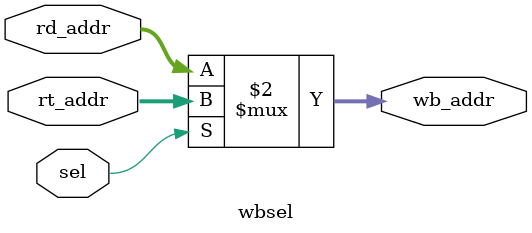
<source format=v>
module wbsel(           //write back select
    input           sel,
    input   [4: 0]  rt_addr,
    input   [4: 0]  rd_addr,
    
    output  [4: 0]  wb_addr
);

    assign wb_addr = (sel == 1) ? rt_addr : rd_addr;

endmodule

</source>
